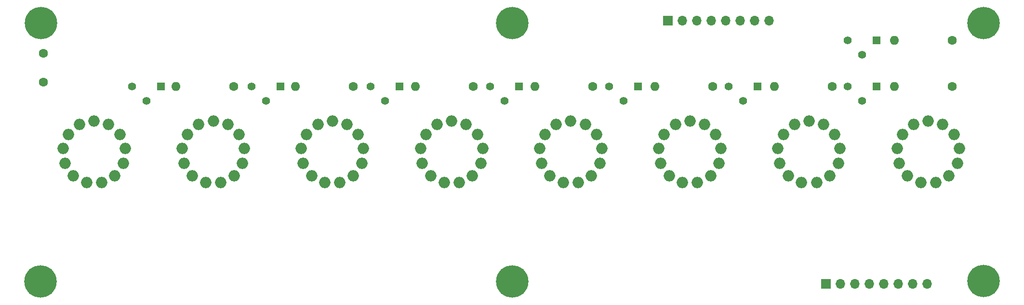
<source format=gbr>
G04 #@! TF.GenerationSoftware,KiCad,Pcbnew,5.1.7*
G04 #@! TF.CreationDate,2020-10-09T13:13:43+08:00*
G04 #@! TF.ProjectId,Nixie,4e697869-652e-46b6-9963-61645f706362,rev?*
G04 #@! TF.SameCoordinates,Original*
G04 #@! TF.FileFunction,Soldermask,Bot*
G04 #@! TF.FilePolarity,Negative*
%FSLAX46Y46*%
G04 Gerber Fmt 4.6, Leading zero omitted, Abs format (unit mm)*
G04 Created by KiCad (PCBNEW 5.1.7) date 2020-10-09 13:13:43*
%MOMM*%
%LPD*%
G01*
G04 APERTURE LIST*
%ADD10C,1.400000*%
%ADD11R,1.400000X1.400000*%
%ADD12C,5.700000*%
%ADD13O,2.000000X2.000000*%
%ADD14O,1.600000X1.600000*%
%ADD15C,1.600000*%
%ADD16O,1.700000X1.700000*%
%ADD17R,1.700000X1.700000*%
G04 APERTURE END LIST*
D10*
G04 #@! TO.C,RV1*
X79692500Y-86550500D03*
X77152500Y-84010500D03*
D11*
X82232500Y-84010500D03*
G04 #@! TD*
D10*
G04 #@! TO.C,RV8*
X205422500Y-78422500D03*
X202882500Y-75882500D03*
D11*
X207962500Y-75882500D03*
G04 #@! TD*
D10*
G04 #@! TO.C,RV7*
X205422500Y-86550500D03*
X202882500Y-84010500D03*
D11*
X207962500Y-84010500D03*
G04 #@! TD*
D10*
G04 #@! TO.C,RV6*
X184467500Y-86550500D03*
X181927500Y-84010500D03*
D11*
X187007500Y-84010500D03*
G04 #@! TD*
D10*
G04 #@! TO.C,RV5*
X163512500Y-86550500D03*
X160972500Y-84010500D03*
D11*
X166052500Y-84010500D03*
G04 #@! TD*
D10*
G04 #@! TO.C,RV4*
X142557500Y-86550500D03*
X140017500Y-84010500D03*
D11*
X145097500Y-84010500D03*
G04 #@! TD*
D10*
G04 #@! TO.C,RV3*
X121602500Y-86550500D03*
X119062500Y-84010500D03*
D11*
X124142500Y-84010500D03*
G04 #@! TD*
D10*
G04 #@! TO.C,RV2*
X100647500Y-86550500D03*
X98107500Y-84010500D03*
D11*
X103187500Y-84010500D03*
G04 #@! TD*
D12*
G04 #@! TO.C,H6*
X143954500Y-118427500D03*
G04 #@! TD*
G04 #@! TO.C,H5*
X143954500Y-72898000D03*
G04 #@! TD*
G04 #@! TO.C,H4*
X226758500Y-118364000D03*
G04 #@! TD*
G04 #@! TO.C,H3*
X61087000Y-118427500D03*
G04 #@! TD*
G04 #@! TO.C,H2*
X226758500Y-72898000D03*
G04 #@! TD*
G04 #@! TO.C,H1*
X61150500Y-72898000D03*
G04 #@! TD*
D13*
G04 #@! TO.C,N1*
X73040977Y-90760992D03*
X75011411Y-92506644D03*
X75944898Y-94968049D03*
X75627589Y-97581326D03*
X74132174Y-99747809D03*
X71801236Y-100971179D03*
X69168764Y-100971179D03*
X66837826Y-99747809D03*
X65342411Y-97581326D03*
X65025102Y-94968049D03*
X65958589Y-92506644D03*
X67929023Y-90760992D03*
X70485000Y-90131000D03*
G04 #@! TD*
D14*
G04 #@! TO.C,R3*
X84836000Y-84010500D03*
D15*
X94996000Y-84010500D03*
G04 #@! TD*
D14*
G04 #@! TO.C,R4*
X105875666Y-84010500D03*
D15*
X116035666Y-84010500D03*
G04 #@! TD*
D14*
G04 #@! TO.C,R5*
X126915332Y-84010500D03*
D15*
X137075332Y-84010500D03*
G04 #@! TD*
D14*
G04 #@! TO.C,R6*
X147954998Y-84010500D03*
D15*
X158114998Y-84010500D03*
G04 #@! TD*
D14*
G04 #@! TO.C,R7*
X168994664Y-84010500D03*
D15*
X179154664Y-84010500D03*
G04 #@! TD*
D14*
G04 #@! TO.C,R8*
X190034330Y-84010500D03*
D15*
X200194330Y-84010500D03*
G04 #@! TD*
D14*
G04 #@! TO.C,R9*
X211074000Y-84010500D03*
D15*
X221234000Y-84010500D03*
G04 #@! TD*
D14*
G04 #@! TO.C,R10*
X211074000Y-75946000D03*
D15*
X221234000Y-75946000D03*
G04 #@! TD*
G04 #@! TO.C,R1*
X61531500Y-83312000D03*
X61531500Y-78232000D03*
G04 #@! TD*
D13*
G04 #@! TO.C,N2*
X93977834Y-90760992D03*
X95948268Y-92506644D03*
X96881755Y-94968049D03*
X96564446Y-97581326D03*
X95069031Y-99747809D03*
X92738093Y-100971179D03*
X90105621Y-100971179D03*
X87774683Y-99747809D03*
X86279268Y-97581326D03*
X85961959Y-94968049D03*
X86895446Y-92506644D03*
X88865880Y-90760992D03*
X91421857Y-90131000D03*
G04 #@! TD*
G04 #@! TO.C,N3*
X114914691Y-90760992D03*
X116885125Y-92506644D03*
X117818612Y-94968049D03*
X117501303Y-97581326D03*
X116005888Y-99747809D03*
X113674950Y-100971179D03*
X111042478Y-100971179D03*
X108711540Y-99747809D03*
X107216125Y-97581326D03*
X106898816Y-94968049D03*
X107832303Y-92506644D03*
X109802737Y-90760992D03*
X112358714Y-90131000D03*
G04 #@! TD*
G04 #@! TO.C,N4*
X135851548Y-90760992D03*
X137821982Y-92506644D03*
X138755469Y-94968049D03*
X138438160Y-97581326D03*
X136942745Y-99747809D03*
X134611807Y-100971179D03*
X131979335Y-100971179D03*
X129648397Y-99747809D03*
X128152982Y-97581326D03*
X127835673Y-94968049D03*
X128769160Y-92506644D03*
X130739594Y-90760992D03*
X133295571Y-90131000D03*
G04 #@! TD*
G04 #@! TO.C,N5*
X156788405Y-90760992D03*
X158758839Y-92506644D03*
X159692326Y-94968049D03*
X159375017Y-97581326D03*
X157879602Y-99747809D03*
X155548664Y-100971179D03*
X152916192Y-100971179D03*
X150585254Y-99747809D03*
X149089839Y-97581326D03*
X148772530Y-94968049D03*
X149706017Y-92506644D03*
X151676451Y-90760992D03*
X154232428Y-90131000D03*
G04 #@! TD*
G04 #@! TO.C,N6*
X177725262Y-90760992D03*
X179695696Y-92506644D03*
X180629183Y-94968049D03*
X180311874Y-97581326D03*
X178816459Y-99747809D03*
X176485521Y-100971179D03*
X173853049Y-100971179D03*
X171522111Y-99747809D03*
X170026696Y-97581326D03*
X169709387Y-94968049D03*
X170642874Y-92506644D03*
X172613308Y-90760992D03*
X175169285Y-90131000D03*
G04 #@! TD*
G04 #@! TO.C,N7*
X198662119Y-90760992D03*
X200632553Y-92506644D03*
X201566040Y-94968049D03*
X201248731Y-97581326D03*
X199753316Y-99747809D03*
X197422378Y-100971179D03*
X194789906Y-100971179D03*
X192458968Y-99747809D03*
X190963553Y-97581326D03*
X190646244Y-94968049D03*
X191579731Y-92506644D03*
X193550165Y-90760992D03*
X196106142Y-90131000D03*
G04 #@! TD*
G04 #@! TO.C,N8*
X219598977Y-90760992D03*
X221569411Y-92506644D03*
X222502898Y-94968049D03*
X222185589Y-97581326D03*
X220690174Y-99747809D03*
X218359236Y-100971179D03*
X215726764Y-100971179D03*
X213395826Y-99747809D03*
X211900411Y-97581326D03*
X211583102Y-94968049D03*
X212516589Y-92506644D03*
X214487023Y-90760992D03*
X217043000Y-90131000D03*
G04 #@! TD*
D16*
G04 #@! TO.C,J2*
X189039500Y-72453500D03*
X186499500Y-72453500D03*
X183959500Y-72453500D03*
X181419500Y-72453500D03*
X178879500Y-72453500D03*
X176339500Y-72453500D03*
X173799500Y-72453500D03*
D17*
X171259500Y-72453500D03*
G04 #@! TD*
D16*
G04 #@! TO.C,J1*
X216836500Y-118872000D03*
X214296500Y-118872000D03*
X211756500Y-118872000D03*
X209216500Y-118872000D03*
X206676500Y-118872000D03*
X204136500Y-118872000D03*
X201596500Y-118872000D03*
D17*
X199056500Y-118872000D03*
G04 #@! TD*
M02*

</source>
